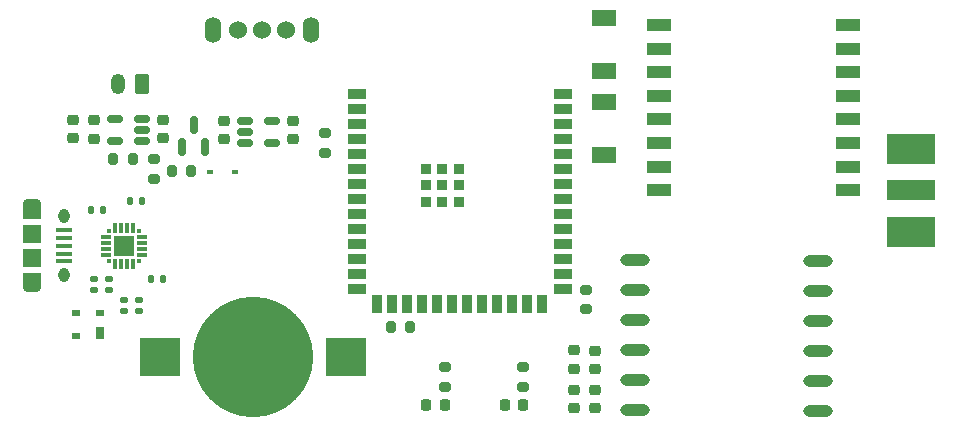
<source format=gts>
G04 #@! TF.GenerationSoftware,KiCad,Pcbnew,(6.0.7)*
G04 #@! TF.CreationDate,2022-10-05T21:11:47-04:00*
G04 #@! TF.ProjectId,Dogometer_v1,446f676f-6d65-4746-9572-5f76312e6b69,rev?*
G04 #@! TF.SameCoordinates,Original*
G04 #@! TF.FileFunction,Soldermask,Top*
G04 #@! TF.FilePolarity,Negative*
%FSLAX46Y46*%
G04 Gerber Fmt 4.6, Leading zero omitted, Abs format (unit mm)*
G04 Created by KiCad (PCBNEW (6.0.7)) date 2022-10-05 21:11:47*
%MOMM*%
%LPD*%
G01*
G04 APERTURE LIST*
G04 Aperture macros list*
%AMRoundRect*
0 Rectangle with rounded corners*
0 $1 Rounding radius*
0 $2 $3 $4 $5 $6 $7 $8 $9 X,Y pos of 4 corners*
0 Add a 4 corners polygon primitive as box body*
4,1,4,$2,$3,$4,$5,$6,$7,$8,$9,$2,$3,0*
0 Add four circle primitives for the rounded corners*
1,1,$1+$1,$2,$3*
1,1,$1+$1,$4,$5*
1,1,$1+$1,$6,$7*
1,1,$1+$1,$8,$9*
0 Add four rect primitives between the rounded corners*
20,1,$1+$1,$2,$3,$4,$5,0*
20,1,$1+$1,$4,$5,$6,$7,0*
20,1,$1+$1,$6,$7,$8,$9,0*
20,1,$1+$1,$8,$9,$2,$3,0*%
G04 Aperture macros list end*
%ADD10R,0.600000X0.450000*%
%ADD11RoundRect,0.150000X0.512500X0.150000X-0.512500X0.150000X-0.512500X-0.150000X0.512500X-0.150000X0*%
%ADD12RoundRect,0.135000X0.135000X0.185000X-0.135000X0.185000X-0.135000X-0.185000X0.135000X-0.185000X0*%
%ADD13RoundRect,0.140000X-0.170000X0.140000X-0.170000X-0.140000X0.170000X-0.140000X0.170000X0.140000X0*%
%ADD14RoundRect,0.225000X-0.250000X0.225000X-0.250000X-0.225000X0.250000X-0.225000X0.250000X0.225000X0*%
%ADD15R,1.350000X0.400000*%
%ADD16O,1.550000X0.890000*%
%ADD17R,1.550000X1.500000*%
%ADD18R,1.550000X1.200000*%
%ADD19O,0.950000X1.250000*%
%ADD20RoundRect,0.200000X0.200000X0.275000X-0.200000X0.275000X-0.200000X-0.275000X0.200000X-0.275000X0*%
%ADD21RoundRect,0.218750X0.218750X0.256250X-0.218750X0.256250X-0.218750X-0.256250X0.218750X-0.256250X0*%
%ADD22RoundRect,0.135000X-0.135000X-0.185000X0.135000X-0.185000X0.135000X0.185000X-0.135000X0.185000X0*%
%ADD23RoundRect,0.150000X-0.512500X-0.150000X0.512500X-0.150000X0.512500X0.150000X-0.512500X0.150000X0*%
%ADD24R,0.300000X0.300000*%
%ADD25R,0.900000X0.300000*%
%ADD26R,0.300000X0.900000*%
%ADD27R,1.800000X1.800000*%
%ADD28R,4.190000X1.780000*%
%ADD29R,4.190000X2.665000*%
%ADD30RoundRect,0.200000X0.275000X-0.200000X0.275000X0.200000X-0.275000X0.200000X-0.275000X-0.200000X0*%
%ADD31C,1.524000*%
%ADD32O,1.400000X2.200000*%
%ADD33O,2.500000X1.000000*%
%ADD34R,1.500000X0.900000*%
%ADD35R,0.900000X1.500000*%
%ADD36R,0.900000X0.900000*%
%ADD37R,0.700000X1.000000*%
%ADD38R,0.700000X0.600000*%
%ADD39RoundRect,0.200000X-0.275000X0.200000X-0.275000X-0.200000X0.275000X-0.200000X0.275000X0.200000X0*%
%ADD40R,2.000000X1.350000*%
%ADD41R,3.500000X3.300000*%
%ADD42C,10.200000*%
%ADD43R,2.000000X1.000000*%
%ADD44RoundRect,0.218750X0.256250X-0.218750X0.256250X0.218750X-0.256250X0.218750X-0.256250X-0.218750X0*%
%ADD45RoundRect,0.250000X0.350000X0.625000X-0.350000X0.625000X-0.350000X-0.625000X0.350000X-0.625000X0*%
%ADD46O,1.200000X1.750000*%
%ADD47RoundRect,0.150000X0.150000X-0.587500X0.150000X0.587500X-0.150000X0.587500X-0.150000X-0.587500X0*%
G04 APERTURE END LIST*
D10*
X124748000Y-99695000D03*
X122648000Y-99695000D03*
D11*
X116840000Y-97072000D03*
X116840000Y-96122000D03*
X116840000Y-95172000D03*
X114565000Y-95172000D03*
X114565000Y-97072000D03*
D12*
X118622000Y-108732000D03*
X117602000Y-108732000D03*
D13*
X115316000Y-110510000D03*
X115316000Y-111470000D03*
D14*
X110998000Y-95294000D03*
X110998000Y-96844000D03*
X155194000Y-114808000D03*
X155194000Y-116358000D03*
D15*
X110236000Y-104638000D03*
X110236000Y-105288000D03*
X110236000Y-105938000D03*
X110236000Y-106588000D03*
X110236000Y-107238000D03*
D16*
X107536000Y-102438000D03*
D17*
X107536000Y-104938000D03*
D18*
X107536000Y-108838000D03*
D19*
X110236000Y-108438000D03*
D17*
X107536000Y-106938000D03*
D19*
X110236000Y-103438000D03*
D18*
X107536000Y-103038000D03*
D16*
X107536000Y-109438000D03*
D20*
X139572000Y-112776000D03*
X137922000Y-112776000D03*
D21*
X149123500Y-119380000D03*
X147548500Y-119380000D03*
D14*
X155194000Y-118110000D03*
X155194000Y-119660000D03*
D22*
X115820000Y-102172000D03*
X116840000Y-102172000D03*
D23*
X125608500Y-95360000D03*
X125608500Y-96310000D03*
X125608500Y-97260000D03*
X127883500Y-97260000D03*
X127883500Y-95360000D03*
D24*
X114066000Y-104688000D03*
D25*
X113766000Y-105188000D03*
X113766000Y-105688000D03*
X113766000Y-106188000D03*
X113766000Y-106688000D03*
D24*
X114066000Y-107188000D03*
D26*
X114566000Y-107488000D03*
X115066000Y-107488000D03*
X115566000Y-107488000D03*
X116066000Y-107488000D03*
D24*
X116566000Y-107188000D03*
D25*
X116866000Y-106688000D03*
X116866000Y-106188000D03*
X116866000Y-105688000D03*
X116866000Y-105188000D03*
D24*
X116566000Y-104688000D03*
D26*
X116066000Y-104388000D03*
X115566000Y-104388000D03*
X115066000Y-104388000D03*
X114566000Y-104388000D03*
D27*
X115316000Y-105938000D03*
D14*
X118618000Y-95281000D03*
X118618000Y-96831000D03*
X129672500Y-95360000D03*
X129672500Y-96910000D03*
D13*
X114046000Y-108732000D03*
X114046000Y-109692000D03*
D28*
X182000000Y-101234000D03*
D29*
X182000000Y-97741500D03*
X182000000Y-104726500D03*
D30*
X154432000Y-111315000D03*
X154432000Y-109665000D03*
X149098000Y-117856000D03*
X149098000Y-116206000D03*
D31*
X125000000Y-87630000D03*
X127000000Y-87630000D03*
X129000000Y-87630000D03*
D32*
X131150000Y-87630000D03*
X122850000Y-87630000D03*
D22*
X112522000Y-102934000D03*
X113542000Y-102934000D03*
D14*
X123830500Y-95360000D03*
X123830500Y-96910000D03*
D20*
X116078000Y-98552000D03*
X114428000Y-98552000D03*
D33*
X158616000Y-107158000D03*
X158616000Y-109698000D03*
X158616000Y-112238000D03*
X158616000Y-114778000D03*
X158616000Y-117318000D03*
X158616000Y-119858000D03*
X174116000Y-119888000D03*
X174116000Y-117348000D03*
X174116000Y-114808000D03*
X174116000Y-112268000D03*
X174116000Y-109728000D03*
X174116000Y-107188000D03*
D14*
X153416000Y-114795000D03*
X153416000Y-116345000D03*
D34*
X135014000Y-93086000D03*
X135014000Y-94356000D03*
X135014000Y-95626000D03*
X135014000Y-96896000D03*
X135014000Y-98166000D03*
X135014000Y-99436000D03*
X135014000Y-100706000D03*
X135014000Y-101976000D03*
X135014000Y-103246000D03*
X135014000Y-104516000D03*
X135014000Y-105786000D03*
X135014000Y-107056000D03*
X135014000Y-108326000D03*
X135014000Y-109596000D03*
D35*
X136779000Y-110846000D03*
X138049000Y-110846000D03*
X139319000Y-110846000D03*
X140589000Y-110846000D03*
X141859000Y-110846000D03*
X143129000Y-110846000D03*
X144399000Y-110846000D03*
X145669000Y-110846000D03*
X146939000Y-110846000D03*
X148209000Y-110846000D03*
X149479000Y-110846000D03*
X150749000Y-110846000D03*
D34*
X152514000Y-109596000D03*
X152514000Y-108326000D03*
X152514000Y-107056000D03*
X152514000Y-105786000D03*
X152514000Y-104516000D03*
X152514000Y-103246000D03*
X152514000Y-101976000D03*
X152514000Y-100706000D03*
X152514000Y-99436000D03*
X152514000Y-98166000D03*
X152514000Y-96896000D03*
X152514000Y-95626000D03*
X152514000Y-94356000D03*
X152514000Y-93086000D03*
D36*
X143664000Y-102206000D03*
X142264000Y-99406000D03*
X140864000Y-102206000D03*
X142264000Y-102206000D03*
X142264000Y-100806000D03*
X140864000Y-99406000D03*
X143664000Y-100806000D03*
X143664000Y-99406000D03*
X140864000Y-100806000D03*
D20*
X121030000Y-99612000D03*
X119380000Y-99612000D03*
D30*
X142494000Y-117856000D03*
X142494000Y-116206000D03*
D37*
X113268000Y-113336000D03*
D38*
X113268000Y-111636000D03*
X111268000Y-111636000D03*
X111268000Y-113536000D03*
D39*
X132334000Y-96394000D03*
X132334000Y-98044000D03*
D40*
X155956000Y-93762000D03*
X155956000Y-98262000D03*
D41*
X118338000Y-115316000D03*
X134138000Y-115316000D03*
D42*
X126238000Y-115316000D03*
D13*
X112776000Y-108732000D03*
X112776000Y-109692000D03*
D14*
X153416000Y-118110000D03*
X153416000Y-119660000D03*
D43*
X160603000Y-87234000D03*
X160603000Y-89234000D03*
X160603000Y-91234000D03*
X160603000Y-93234000D03*
X160603000Y-95234000D03*
X160603000Y-97234000D03*
X160603000Y-99234000D03*
X160603000Y-101234000D03*
X176603000Y-101234000D03*
X176603000Y-99234000D03*
X176603000Y-97234000D03*
X176603000Y-95234000D03*
X176603000Y-93234000D03*
X176603000Y-91234000D03*
X176603000Y-89234000D03*
X176603000Y-87234000D03*
D44*
X112776000Y-96869000D03*
X112776000Y-95294000D03*
D13*
X116586000Y-110510000D03*
X116586000Y-111470000D03*
D45*
X116840000Y-92202000D03*
D46*
X114840000Y-92202000D03*
D40*
X155956000Y-91150000D03*
X155956000Y-86650000D03*
D21*
X142494000Y-119380000D03*
X140919000Y-119380000D03*
D30*
X117856000Y-100246000D03*
X117856000Y-98596000D03*
D47*
X120274000Y-97580000D03*
X122174000Y-97580000D03*
X121224000Y-95705000D03*
M02*

</source>
